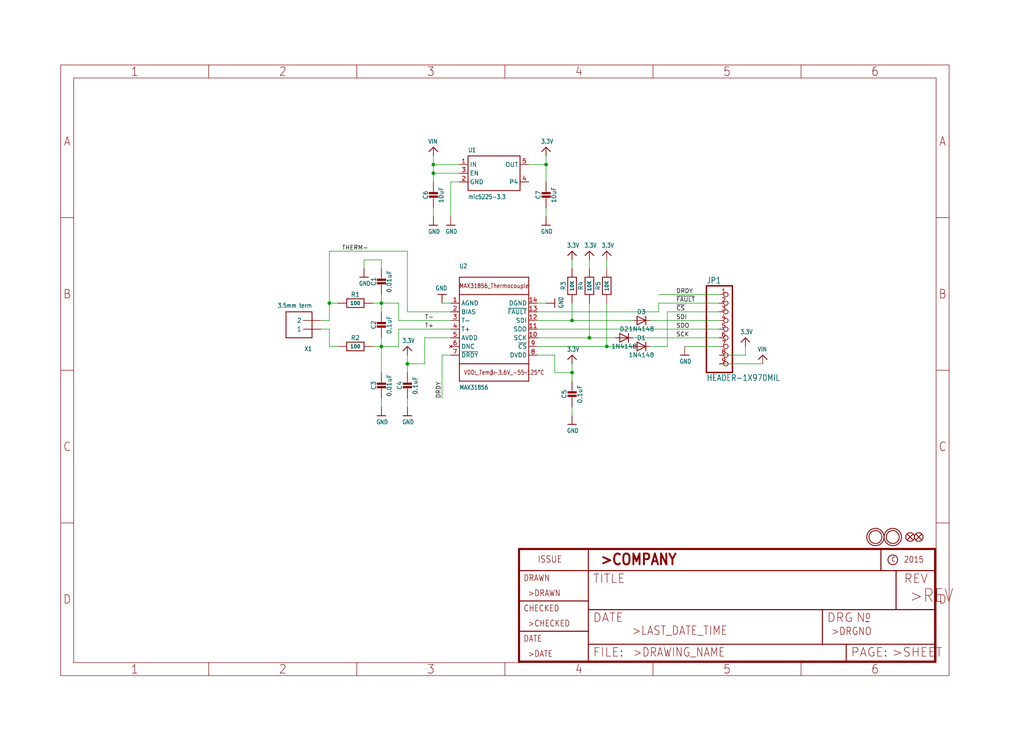
<source format=kicad_sch>
(kicad_sch (version 20211123) (generator eeschema)
  (paper "User" 300.076 217.881)
  (lib_symbols
    (symbol "eagleSchem-eagle-import:3.3V" (power)
      (property "Value" "3.3V" (at -1.524 1.016 0))
      (symbol "3.3V_1_0"
        (polyline (pts (xy -1.27 -1.27) (xy 0 0)) (stroke (width 0.254)))
        (polyline (pts (xy 0 0) (xy 1.27 -1.27)) (stroke (width 0.254)))
        (pin power_in line (at 0 -2.54 90) (length 2.54) (name "3.3V") (number "1"))
      )
    )
    (symbol "eagleSchem-eagle-import:CAP_CERAMIC0805-NOOUTLINE"
      (property "Reference" "C" (at -2.29 1.25 90))
      (property "Value" "CAP_CERAMIC0805-NOOUTLINE" (at 2.3 1.25 90))
      (symbol "CAP_CERAMIC0805-NOOUTLINE_1_0"
        (rectangle (start -1.27 0.508) (end 1.27 1.016) (fill (type outline)))
        (rectangle (start -1.27 1.524) (end 1.27 2.032) (fill (type outline)))
        (polyline (pts (xy 0 0.762) (xy 0 0)) (stroke (width 0.1524)))
        (polyline (pts (xy 0 2.54) (xy 0 1.778)) (stroke (width 0.1524)))
        (pin passive line (at 0 5.08 270) (length 2.54) (name "1") (number "1"))
        (pin passive line (at 0 -2.54 90) (length 2.54) (name "2") (number "2"))
      )
    )
    (symbol "eagleSchem-eagle-import:CAP_CERAMIC0805_10MGAP"
      (property "Reference" "C" (at -2.29 1.25 90))
      (property "Value" "CAP_CERAMIC0805_10MGAP" (at 2.3 1.25 90))
      (symbol "CAP_CERAMIC0805_10MGAP_1_0"
        (rectangle (start -1.27 0.508) (end 1.27 1.016) (fill (type outline)))
        (rectangle (start -1.27 1.524) (end 1.27 2.032) (fill (type outline)))
        (polyline (pts (xy 0 0.762) (xy 0 0)) (stroke (width 0.1524)))
        (polyline (pts (xy 0 2.54) (xy 0 1.778)) (stroke (width 0.1524)))
        (pin passive line (at 0 5.08 270) (length 2.54) (name "1") (number "1"))
        (pin passive line (at 0 -2.54 90) (length 2.54) (name "2") (number "2"))
      )
    )
    (symbol "eagleSchem-eagle-import:DIODESOD-323"
      (property "Reference" "D" (at 0 2.54 0))
      (property "Value" "DIODESOD-323" (at 0 -2.5 0))
      (symbol "DIODESOD-323_1_0"
        (polyline (pts (xy -1.27 -1.27) (xy 1.27 0)) (stroke (width 0.254)))
        (polyline (pts (xy -1.27 1.27) (xy -1.27 -1.27)) (stroke (width 0.254)))
        (polyline (pts (xy 1.27 0) (xy -1.27 1.27)) (stroke (width 0.254)))
        (polyline (pts (xy 1.27 0) (xy 1.27 -1.27)) (stroke (width 0.254)))
        (polyline (pts (xy 1.27 1.27) (xy 1.27 0)) (stroke (width 0.254)))
        (pin passive line (at -2.54 0 0) (length 2.54) (name "A") (number "A"))
        (pin passive line (at 2.54 0 180) (length 2.54) (name "C") (number "C"))
      )
    )
    (symbol "eagleSchem-eagle-import:FIDUCIAL{dblquote}{dblquote}"
      (symbol "FIDUCIAL{dblquote}{dblquote}_1_0"
        (polyline (pts (xy -0.762 0.762) (xy 0.762 -0.762)) (stroke (width 0.254)))
        (polyline (pts (xy 0.762 0.762) (xy -0.762 -0.762)) (stroke (width 0.254)))
        (circle (center 0 0) (radius 1.27) (stroke (width 0.254)))
      )
    )
    (symbol "eagleSchem-eagle-import:FRAME_A4"
      (symbol "FRAME_A4_1_0"
        (polyline (pts (xy 0 44.7675) (xy 3.81 44.7675)))
        (polyline (pts (xy 0 89.535) (xy 3.81 89.535)))
        (polyline (pts (xy 0 134.3025) (xy 3.81 134.3025)))
        (polyline (pts (xy 3.81 3.81) (xy 3.81 175.26)))
        (polyline (pts (xy 43.3917 0) (xy 43.3917 3.81)))
        (polyline (pts (xy 43.3917 175.26) (xy 43.3917 179.07)))
        (polyline (pts (xy 86.7833 0) (xy 86.7833 3.81)))
        (polyline (pts (xy 86.7833 175.26) (xy 86.7833 179.07)))
        (polyline (pts (xy 130.175 0) (xy 130.175 3.81)))
        (polyline (pts (xy 130.175 175.26) (xy 130.175 179.07)))
        (polyline (pts (xy 173.5667 0) (xy 173.5667 3.81)))
        (polyline (pts (xy 173.5667 175.26) (xy 173.5667 179.07)))
        (polyline (pts (xy 216.9583 0) (xy 216.9583 3.81)))
        (polyline (pts (xy 216.9583 175.26) (xy 216.9583 179.07)))
        (polyline (pts (xy 256.54 3.81) (xy 3.81 3.81)))
        (polyline (pts (xy 256.54 3.81) (xy 256.54 8.89)) (stroke (width 0.1016)))
        (polyline (pts (xy 256.54 3.81) (xy 256.54 175.26)))
        (polyline (pts (xy 256.54 8.89) (xy 256.54 13.97)) (stroke (width 0.1016)))
        (polyline (pts (xy 256.54 13.97) (xy 256.54 19.05)) (stroke (width 0.1016)))
        (polyline (pts (xy 256.54 19.05) (xy 256.54 36.83)) (stroke (width 0.1016)))
        (polyline (pts (xy 256.54 44.7675) (xy 260.35 44.7675)))
        (polyline (pts (xy 256.54 89.535) (xy 260.35 89.535)))
        (polyline (pts (xy 256.54 134.3025) (xy 260.35 134.3025)))
        (polyline (pts (xy 256.54 175.26) (xy 3.81 175.26)))
        (polyline (pts (xy 0 0) (xy 260.35 0) (xy 260.35 179.07) (xy 0 179.07) (xy 0 0)))
        (text "1" (at 21.6958 1.905 0) (effects (font (size 2.54 2.286))))
        (text "1" (at 21.6958 177.165 0) (effects (font (size 2.54 2.286))))
        (text "2" (at 65.0875 1.905 0) (effects (font (size 2.54 2.286))))
        (text "2" (at 65.0875 177.165 0) (effects (font (size 2.54 2.286))))
        (text "3" (at 108.4792 1.905 0) (effects (font (size 2.54 2.286))))
        (text "3" (at 108.4792 177.165 0) (effects (font (size 2.54 2.286))))
        (text "4" (at 151.8708 1.905 0) (effects (font (size 2.54 2.286))))
        (text "4" (at 151.8708 177.165 0) (effects (font (size 2.54 2.286))))
        (text "5" (at 195.2625 1.905 0) (effects (font (size 2.54 2.286))))
        (text "5" (at 195.2625 177.165 0) (effects (font (size 2.54 2.286))))
        (text "6" (at 238.6542 1.905 0) (effects (font (size 2.54 2.286))))
        (text "6" (at 238.6542 177.165 0) (effects (font (size 2.54 2.286))))
        (text "A" (at 1.905 156.6863 0) (effects (font (size 2.54 2.286))))
        (text "A" (at 258.445 156.6863 0) (effects (font (size 2.54 2.286))))
        (text "B" (at 1.905 111.9188 0) (effects (font (size 2.54 2.286))))
        (text "B" (at 258.445 111.9188 0) (effects (font (size 2.54 2.286))))
        (text "C" (at 1.905 67.1513 0) (effects (font (size 2.54 2.286))))
        (text "C" (at 258.445 67.1513 0) (effects (font (size 2.54 2.286))))
        (text "D" (at 1.905 22.3838 0) (effects (font (size 2.54 2.286))))
        (text "D" (at 258.445 22.3838 0) (effects (font (size 2.54 2.286))))
      )
      (symbol "FRAME_A4_2_0"
        (polyline (pts (xy -0.3048 1.5748) (xy 20.0152 1.5748)) (stroke (width 0.6096)))
        (polyline (pts (xy -0.3048 10.4648) (xy -0.3048 1.5748)) (stroke (width 0.6096)))
        (polyline (pts (xy -0.3048 10.4648) (xy 20.0152 10.4648)) (stroke (width 0.3048)))
        (polyline (pts (xy -0.3048 19.3548) (xy -0.3048 10.4648)) (stroke (width 0.6096)))
        (polyline (pts (xy -0.3048 19.3548) (xy 20.0152 19.3548)) (stroke (width 0.3048)))
        (polyline (pts (xy -0.3048 28.2448) (xy -0.3048 19.3548)) (stroke (width 0.6096)))
        (polyline (pts (xy -0.3048 28.2448) (xy 20.0152 28.2448)) (stroke (width 0.3048)))
        (polyline (pts (xy -0.3048 34.5948) (xy -0.3048 28.2448)) (stroke (width 0.6096)))
        (polyline (pts (xy 20.0152 1.5748) (xy 20.0152 6.6548)) (stroke (width 0.3048)))
        (polyline (pts (xy 20.0152 1.5748) (xy 95.5802 1.5748)) (stroke (width 0.6096)))
        (polyline (pts (xy 20.0152 6.6548) (xy 20.0152 10.4648)) (stroke (width 0.3048)))
        (polyline (pts (xy 20.0152 6.6548) (xy 88.5952 6.6548)) (stroke (width 0.3048)))
        (polyline (pts (xy 20.0152 10.4648) (xy 20.0152 16.8148)) (stroke (width 0.3048)))
        (polyline (pts (xy 20.0152 16.8148) (xy 20.0152 19.3548)) (stroke (width 0.3048)))
        (polyline (pts (xy 20.0152 19.3548) (xy 20.0152 28.2448)) (stroke (width 0.3048)))
        (polyline (pts (xy 20.0152 28.2448) (xy 20.0152 34.5948)) (stroke (width 0.3048)))
        (polyline (pts (xy 20.0152 28.2448) (xy 105.7402 28.2448)) (stroke (width 0.3048)))
        (polyline (pts (xy 20.0152 34.5948) (xy -0.3048 34.5948)) (stroke (width 0.6096)))
        (polyline (pts (xy 88.5952 6.6548) (xy 95.5802 6.6548)) (stroke (width 0.3048)))
        (polyline (pts (xy 88.5952 16.8148) (xy 20.0152 16.8148)) (stroke (width 0.3048)))
        (polyline (pts (xy 88.5952 16.8148) (xy 88.5952 6.6548)) (stroke (width 0.3048)))
        (polyline (pts (xy 95.5802 1.5748) (xy 121.6152 1.5748)) (stroke (width 0.6096)))
        (polyline (pts (xy 95.5802 6.6548) (xy 95.5802 1.5748)) (stroke (width 0.3048)))
        (polyline (pts (xy 95.5802 6.6548) (xy 121.6152 6.6548)) (stroke (width 0.3048)))
        (polyline (pts (xy 101.2952 13.3223) (xy 102.2477 13.3223)) (stroke (width 0.254)))
        (polyline (pts (xy 105.7402 28.2448) (xy 105.7402 34.5948)) (stroke (width 0.3048)))
        (polyline (pts (xy 105.7402 28.2448) (xy 110.1852 28.2448)) (stroke (width 0.3048)))
        (polyline (pts (xy 105.7402 34.5948) (xy 20.0152 34.5948)) (stroke (width 0.6096)))
        (polyline (pts (xy 110.1852 16.8148) (xy 88.5952 16.8148)) (stroke (width 0.3048)))
        (polyline (pts (xy 110.1852 28.2448) (xy 110.1852 16.8148)) (stroke (width 0.3048)))
        (polyline (pts (xy 110.1852 28.2448) (xy 121.6152 28.2448)) (stroke (width 0.3048)))
        (polyline (pts (xy 121.6152 6.6548) (xy 121.6152 1.5748)) (stroke (width 0.6096)))
        (polyline (pts (xy 121.6152 16.8148) (xy 110.1852 16.8148)) (stroke (width 0.3048)))
        (polyline (pts (xy 121.6152 16.8148) (xy 121.6152 6.6548)) (stroke (width 0.6096)))
        (polyline (pts (xy 121.6152 28.2448) (xy 121.6152 16.8148)) (stroke (width 0.6096)))
        (polyline (pts (xy 121.6152 34.5948) (xy 105.7402 34.5948)) (stroke (width 0.6096)))
        (polyline (pts (xy 121.6152 34.5948) (xy 121.6152 28.2448)) (stroke (width 0.6096)))
        (circle (center 109.2327 31.4198) (radius 1.4199) (stroke (width 0.254)))
        (text "2015" (at 112.4077 30.4673 0) (effects (font (size 1.778 1.5113)) (justify left bottom)))
        (text ">CHECKED" (at 2.2352 11.7348 0) (effects (font (size 1.778 1.5113)) (justify left bottom)))
        (text ">COMPANY" (at 23.349 29.6735 0) (effects (font (size 3.175 2.6987) (thickness 0.5397) bold) (justify left bottom)))
        (text ">DATE" (at 2.2352 2.8448 0) (effects (font (size 1.778 1.5113)) (justify left bottom)))
        (text ">DRAWING_NAME" (at 33.0327 2.8448 0) (effects (font (size 2.54 2.159)) (justify left bottom)))
        (text ">DRAWN" (at 2.2352 20.6248 0) (effects (font (size 1.778 1.5113)) (justify left bottom)))
        (text ">DRGNO" (at 91.1352 9.1948 0) (effects (font (size 2.1844 1.8567)) (justify left bottom)))
        (text ">LAST_DATE_TIME" (at 32.7152 9.1948 0) (effects (font (size 2.54 2.159)) (justify left bottom)))
        (text ">REV" (at 113.9952 18.7198 0) (effects (font (size 3.81 3.2385)) (justify left bottom)))
        (text ">SHEET" (at 108.9152 2.8448 0) (effects (font (size 2.54 2.54)) (justify left bottom)))
        (text "C" (at 108.7564 30.7848 0) (effects (font (size 1.27 1.0795)) (justify left bottom)))
        (text "CHECKED" (at 0.9652 16.1798 0) (effects (font (size 1.778 1.5113)) (justify left bottom)))
        (text "DATE" (at 0.9652 7.2898 0) (effects (font (size 1.778 1.5113)) (justify left bottom)))
        (text "DATE" (at 21.2852 13.0048 0) (effects (font (size 2.54 2.54)) (justify left bottom)))
        (text "DRAWN" (at 0.9652 25.0698 0) (effects (font (size 1.778 1.5113)) (justify left bottom)))
        (text "DRG" (at 89.8652 13.0048 0) (effects (font (size 2.54 2.54)) (justify left bottom)))
        (text "FILE:" (at 21.2852 2.8448 0) (effects (font (size 2.54 2.54)) (justify left bottom)))
        (text "ISSUE" (at 5.0927 30.4673 0) (effects (font (size 1.9304 1.6408)) (justify left bottom)))
        (text "N" (at 98.4377 13.0048 0) (effects (font (size 2.54 2.54)) (justify left bottom)))
        (text "o" (at 100.9777 13.9573 0) (effects (font (size 2.1844 1.8567)) (justify left bottom)))
        (text "PAGE:" (at 96.8502 2.8448 0) (effects (font (size 2.54 2.54)) (justify left bottom)))
        (text "REV" (at 112.4077 24.4348 0) (effects (font (size 2.54 2.54)) (justify left bottom)))
        (text "TITLE" (at 21.2852 24.4348 0) (effects (font (size 2.54 2.54)) (justify left bottom)))
      )
    )
    (symbol "eagleSchem-eagle-import:GND" (power)
      (property "Value" "GND" (at -1.524 -2.54 0))
      (symbol "GND_1_0"
        (polyline (pts (xy -1.27 0) (xy 1.27 0)) (stroke (width 0.254)))
        (pin power_in line (at 0 2.54 270) (length 2.54) (name "GND") (number "1"))
      )
    )
    (symbol "eagleSchem-eagle-import:HEADER-1X970MIL"
      (property "Reference" "JP" (at -6.35 13.335 0))
      (property "Value" "HEADER-1X970MIL" (at -6.35 -15.24 0))
      (symbol "HEADER-1X970MIL_1_0"
        (polyline (pts (xy -6.35 -12.7) (xy 1.27 -12.7)) (stroke (width 0.4064)))
        (polyline (pts (xy -6.35 12.7) (xy -6.35 -12.7)) (stroke (width 0.4064)))
        (polyline (pts (xy 1.27 -12.7) (xy 1.27 12.7)) (stroke (width 0.4064)))
        (polyline (pts (xy 1.27 12.7) (xy -6.35 12.7)) (stroke (width 0.4064)))
        (pin passive inverted (at -2.54 10.16 0) (length 2.54) (name "1") (number "1"))
        (pin passive inverted (at -2.54 7.62 0) (length 2.54) (name "2") (number "2"))
        (pin passive inverted (at -2.54 5.08 0) (length 2.54) (name "3") (number "3"))
        (pin passive inverted (at -2.54 2.54 0) (length 2.54) (name "4") (number "4"))
        (pin passive inverted (at -2.54 0 0) (length 2.54) (name "5") (number "5"))
        (pin passive inverted (at -2.54 -2.54 0) (length 2.54) (name "6") (number "6"))
        (pin passive inverted (at -2.54 -5.08 0) (length 2.54) (name "7") (number "7"))
        (pin passive inverted (at -2.54 -7.62 0) (length 2.54) (name "8") (number "8"))
        (pin passive inverted (at -2.54 -10.16 0) (length 2.54) (name "9") (number "9"))
      )
    )
    (symbol "eagleSchem-eagle-import:MAX31856"
      (property "Value" "MAX31856" (at -10.16 -17.78 0))
      (symbol "MAX31856_1_0"
        (polyline (pts (xy -10.16 -15.24) (xy 10.16 -15.24)) (stroke (width 0.254)))
        (polyline (pts (xy -10.16 -10.16) (xy -10.16 -15.24)) (stroke (width 0.254)))
        (polyline (pts (xy -10.16 -10.16) (xy -10.16 10.16)) (stroke (width 0.254)))
        (polyline (pts (xy -10.16 10.16) (xy -10.16 15.24)) (stroke (width 0.254)))
        (polyline (pts (xy -10.16 10.16) (xy 10.16 10.16)) (stroke (width 0.254)))
        (polyline (pts (xy -10.16 15.24) (xy 10.16 15.24)) (stroke (width 0.254)))
        (polyline (pts (xy 10.16 -15.24) (xy 10.16 -10.16)) (stroke (width 0.254)))
        (polyline (pts (xy 10.16 -10.16) (xy -10.16 -10.16)) (stroke (width 0.254)))
        (polyline (pts (xy 10.16 10.16) (xy 10.16 -10.16)) (stroke (width 0.254)))
        (polyline (pts (xy 10.16 15.24) (xy 10.16 10.16)) (stroke (width 0.254)))
        (text "3-3.6V_-55~125°C" (at -1.27 -12.7 0) (effects (font (size 1.27 1.0795)) (justify left)))
        (text "MAX31856_Thermocouple" (at 0 12.7 0) (effects (font (size 1.27 1.0795))))
        (text "VDD:_Temp:" (at -8.89 -12.7 0) (effects (font (size 1.27 1.0795)) (justify left)))
        (pin power_in line (at -12.7 7.62 0) (length 2.54) (name "AGND") (number "1"))
        (pin input line (at 12.7 -2.54 180) (length 2.54) (name "SCK") (number "10"))
        (pin output line (at 12.7 0 180) (length 2.54) (name "SDO") (number "11"))
        (pin input line (at 12.7 2.54 180) (length 2.54) (name "SDI") (number "12"))
        (pin output line (at 12.7 5.08 180) (length 2.54) (name "~{FAULT}") (number "13"))
        (pin power_in line (at 12.7 7.62 180) (length 2.54) (name "DGND") (number "14"))
        (pin power_in line (at -12.7 5.08 0) (length 2.54) (name "BIAS") (number "2"))
        (pin input line (at -12.7 2.54 0) (length 2.54) (name "T-") (number "3"))
        (pin input line (at -12.7 0 0) (length 2.54) (name "T+") (number "4"))
        (pin power_in line (at -12.7 -2.54 0) (length 2.54) (name "AVDD") (number "5"))
        (pin no_connect line (at -12.7 -5.08 0) (length 2.54) (name "DNC") (number "6"))
        (pin output line (at -12.7 -7.62 0) (length 2.54) (name "~{DRDY}") (number "7"))
        (pin power_in line (at 12.7 -7.62 180) (length 2.54) (name "DVDD") (number "8"))
        (pin input line (at 12.7 -5.08 180) (length 2.54) (name "~{CS}") (number "9"))
      )
    )
    (symbol "eagleSchem-eagle-import:MOUNTINGHOLE2.5"
      (symbol "MOUNTINGHOLE2.5_1_0"
        (circle (center 0 0) (radius 1.905) (stroke (width 0.254)))
        (circle (center 0 0) (radius 2.54) (stroke (width 0.254)))
      )
    )
    (symbol "eagleSchem-eagle-import:RESISTOR0805_NOOUTLINE"
      (property "Reference" "R" (at 0 2.54 0))
      (property "Value" "RESISTOR0805_NOOUTLINE" (at 0 0 0))
      (symbol "RESISTOR0805_NOOUTLINE_1_0"
        (polyline (pts (xy -2.54 -1.27) (xy -2.54 1.27)) (stroke (width 0.254)))
        (polyline (pts (xy -2.54 1.27) (xy 2.54 1.27)) (stroke (width 0.254)))
        (polyline (pts (xy 2.54 -1.27) (xy -2.54 -1.27)) (stroke (width 0.254)))
        (polyline (pts (xy 2.54 1.27) (xy 2.54 -1.27)) (stroke (width 0.254)))
        (pin passive line (at -5.08 0 0) (length 2.54) (name "1") (number "1"))
        (pin passive line (at 5.08 0 180) (length 2.54) (name "2") (number "2"))
      )
    )
    (symbol "eagleSchem-eagle-import:TERMBLOCK_1X2"
      (property "Reference" "X" (at -2.54 7.62 0))
      (property "Value" "TERMBLOCK_1X2" (at -2.54 -5.08 0))
      (symbol "TERMBLOCK_1X2_1_0"
        (polyline (pts (xy -2.54 -2.54) (xy 5.08 -2.54)) (stroke (width 0.254)))
        (polyline (pts (xy -2.54 5.08) (xy -2.54 -2.54)) (stroke (width 0.254)))
        (polyline (pts (xy 5.08 -2.54) (xy 5.08 5.08)) (stroke (width 0.254)))
        (polyline (pts (xy 5.08 5.08) (xy -2.54 5.08)) (stroke (width 0.254)))
        (pin passive line (at -5.08 2.54 0) (length 5.08) (name "1") (number "1"))
        (pin passive line (at -5.08 0 0) (length 5.08) (name "2") (number "2"))
      )
    )
    (symbol "eagleSchem-eagle-import:VIN" (power)
      (property "Value" "VIN" (at -1.524 1.016 0))
      (symbol "VIN_1_0"
        (polyline (pts (xy -1.27 -1.27) (xy 0 0)) (stroke (width 0.254)))
        (polyline (pts (xy 0 0) (xy 1.27 -1.27)) (stroke (width 0.254)))
        (pin power_in line (at 0 -2.54 90) (length 2.54) (name "VIN") (number "1"))
      )
    )
    (symbol "eagleSchem-eagle-import:VREG_SOT23-5"
      (property "Reference" "U" (at -7.62 6.096 0))
      (property "Value" "VREG_SOT23-5" (at -7.62 -7.62 0))
      (symbol "VREG_SOT23-5_1_0"
        (polyline (pts (xy -7.62 -5.08) (xy -7.62 5.08)) (stroke (width 0.254)))
        (polyline (pts (xy -7.62 5.08) (xy 7.62 5.08)) (stroke (width 0.254)))
        (polyline (pts (xy 7.62 -5.08) (xy -7.62 -5.08)) (stroke (width 0.254)))
        (polyline (pts (xy 7.62 5.08) (xy 7.62 -5.08)) (stroke (width 0.254)))
        (pin power_in line (at -10.16 2.54 0) (length 2.54) (name "IN") (number "1"))
        (pin power_in line (at -10.16 -2.54 0) (length 2.54) (name "GND") (number "2"))
        (pin input line (at -10.16 0 0) (length 2.54) (name "EN") (number "3"))
        (pin bidirectional line (at 10.16 -2.54 180) (length 2.54) (name "P4") (number "4"))
        (pin power_in line (at 10.16 2.54 180) (length 2.54) (name "OUT") (number "5"))
      )
    )
  )
  (junction (at 119.38 106.68))
  (junction (at 177.8 101.6))
  (junction (at 167.64 93.98))
  (junction (at 172.72 99.06))
  (junction (at 160.02 48.26))
  (junction (at 127 48.26))
  (junction (at 96.52 88.9))
  (junction (at 111.76 101.6))
  (junction (at 127 50.8))
  (junction (at 167.64 109.22))
  (junction (at 111.76 88.9))
  (wire (pts (xy 127 50.8) (xy 127 53.34)))
  (wire (pts (xy 119.38 91.44) (xy 119.38 73.66)))
  (wire (pts (xy 195.58 91.44) (xy 210.82 91.44)))
  (wire (pts (xy 190.5 93.98) (xy 210.82 93.98)))
  (wire (pts (xy 210.82 101.6) (xy 200.66 101.6)))
  (wire (pts (xy 124.46 106.68) (xy 119.38 106.68)))
  (wire (pts (xy 167.64 109.22) (xy 167.64 106.68)))
  (wire (pts (xy 172.72 99.06) (xy 180.34 99.06)))
  (wire (pts (xy 162.56 104.14) (xy 162.56 109.22)))
  (wire (pts (xy 177.8 101.6) (xy 185.42 101.6)))
  (wire (pts (xy 106.68 76.2) (xy 111.76 76.2)))
  (wire (pts (xy 127 50.8) (xy 127 48.26)))
  (wire (pts (xy 124.46 99.06) (xy 124.46 106.68)))
  (wire (pts (xy 132.08 93.98) (xy 116.84 93.98)))
  (wire (pts (xy 160.02 48.26) (xy 160.02 53.34)))
  (wire (pts (xy 190.5 101.6) (xy 195.58 101.6)))
  (wire (pts (xy 132.08 91.44) (xy 119.38 91.44)))
  (wire (pts (xy 132.08 88.9) (xy 129.54 88.9)))
  (wire (pts (xy 132.08 104.14) (xy 129.54 104.14)))
  (wire (pts (xy 162.56 109.22) (xy 167.64 109.22)))
  (wire (pts (xy 116.84 93.98) (xy 116.84 88.9)))
  (wire (pts (xy 111.76 116.84) (xy 111.76 119.38)))
  (wire (pts (xy 132.08 99.06) (xy 124.46 99.06)))
  (wire (pts (xy 111.76 88.9) (xy 111.76 91.44)))
  (wire (pts (xy 119.38 106.68) (xy 119.38 104.14)))
  (wire (pts (xy 106.68 78.74) (xy 106.68 76.2)))
  (wire (pts (xy 116.84 96.52) (xy 132.08 96.52)))
  (wire (pts (xy 177.8 78.74) (xy 177.8 76.2)))
  (wire (pts (xy 127 60.96) (xy 127 63.5)))
  (wire (pts (xy 167.64 119.38) (xy 167.64 121.92)))
  (wire (pts (xy 109.22 88.9) (xy 111.76 88.9)))
  (wire (pts (xy 119.38 106.68) (xy 119.38 109.22)))
  (wire (pts (xy 93.98 96.52) (xy 96.52 96.52)))
  (wire (pts (xy 96.52 93.98) (xy 96.52 88.9)))
  (wire (pts (xy 119.38 116.84) (xy 119.38 119.38)))
  (wire (pts (xy 210.82 106.68) (xy 223.52 106.68)))
  (wire (pts (xy 154.94 48.26) (xy 160.02 48.26)))
  (wire (pts (xy 111.76 101.6) (xy 111.76 99.06)))
  (wire (pts (xy 157.48 96.52) (xy 210.82 96.52)))
  (wire (pts (xy 157.48 99.06) (xy 172.72 99.06)))
  (wire (pts (xy 195.58 101.6) (xy 195.58 91.44)))
  (wire (pts (xy 109.22 101.6) (xy 111.76 101.6)))
  (wire (pts (xy 116.84 101.6) (xy 116.84 96.52)))
  (wire (pts (xy 93.98 93.98) (xy 96.52 93.98)))
  (wire (pts (xy 160.02 60.96) (xy 160.02 63.5)))
  (wire (pts (xy 172.72 88.9) (xy 172.72 99.06)))
  (wire (pts (xy 132.08 53.34) (xy 132.08 63.5)))
  (wire (pts (xy 167.64 93.98) (xy 185.42 93.98)))
  (wire (pts (xy 111.76 76.2) (xy 111.76 78.74)))
  (wire (pts (xy 157.48 93.98) (xy 167.64 93.98)))
  (wire (pts (xy 111.76 101.6) (xy 116.84 101.6)))
  (wire (pts (xy 134.62 50.8) (xy 127 50.8)))
  (wire (pts (xy 167.64 78.74) (xy 167.64 76.2)))
  (wire (pts (xy 210.82 86.36) (xy 193.04 86.36)))
  (wire (pts (xy 116.84 88.9) (xy 111.76 88.9)))
  (wire (pts (xy 193.04 88.9) (xy 210.82 88.9)))
  (wire (pts (xy 210.82 104.14) (xy 218.44 104.14)))
  (wire (pts (xy 172.72 78.74) (xy 172.72 76.2)))
  (wire (pts (xy 129.54 104.14) (xy 129.54 116.84)))
  (wire (pts (xy 134.62 53.34) (xy 132.08 53.34)))
  (wire (pts (xy 96.52 88.9) (xy 99.06 88.9)))
  (wire (pts (xy 157.48 101.6) (xy 177.8 101.6)))
  (wire (pts (xy 119.38 73.66) (xy 96.52 73.66)))
  (wire (pts (xy 96.52 96.52) (xy 96.52 101.6)))
  (wire (pts (xy 127 48.26) (xy 127 45.72)))
  (wire (pts (xy 157.48 91.44) (xy 193.04 91.44)))
  (wire (pts (xy 185.42 99.06) (xy 210.82 99.06)))
  (wire (pts (xy 96.52 101.6) (xy 99.06 101.6)))
  (wire (pts (xy 111.76 88.9) (xy 111.76 86.36)))
  (wire (pts (xy 157.48 88.9) (xy 160.02 88.9)))
  (wire (pts (xy 160.02 48.26) (xy 160.02 45.72)))
  (wire (pts (xy 157.48 104.14) (xy 162.56 104.14)))
  (wire (pts (xy 96.52 73.66) (xy 96.52 88.9)))
  (wire (pts (xy 177.8 88.9) (xy 177.8 101.6)))
  (wire (pts (xy 167.64 93.98) (xy 167.64 88.9)))
  (wire (pts (xy 167.64 111.76) (xy 167.64 109.22)))
  (wire (pts (xy 111.76 101.6) (xy 111.76 109.22)))
  (wire (pts (xy 193.04 91.44) (xy 193.04 88.9)))
  (wire (pts (xy 218.44 104.14) (xy 218.44 101.6)))
  (wire (pts (xy 134.62 48.26) (xy 127 48.26)))
  (label "THERM-" (at 107.95 73.66 180) (effects (font (size 1.2446 1.2446))))
  (label "T-" (at 124.46 93.98 0) (effects (font (size 1.2446 1.2446))))
  (label "T+" (at 124.46 96.52 0) (effects (font (size 1.2446 1.2446))))
  (label "DRDY" (at 198.12 86.36 0) (effects (font (size 1.2446 1.2446))))
  (label "~{CS}" (at 198.12 91.44 0) (effects (font (size 1.2446 1.2446))))
  (label "SDO" (at 198.12 96.52 0) (effects (font (size 1.2446 1.2446))))
  (label "SCK" (at 198.12 99.06 0) (effects (font (size 1.2446 1.2446))))
  (label "DRDY" (at 129.54 116.84 90) (effects (font (size 1.2446 1.2446))))
  (label "~{FAULT}" (at 198.12 88.9 0) (effects (font (size 1.2446 1.2446))))
  (label "SDI" (at 198.12 93.98 0) (effects (font (size 1.2446 1.2446))))
  (symbol (lib_id "eagleSchem-eagle-import:VIN") (at 127 43.18 0) (unit 1)
    (property "Reference" "#U$15" (effects hide))
    (property "Value" "VIN" (at 125.476 42.164 0) (effects (font (size 1.27 1.0795)) (justify left bottom)))
    (property "Footprint" "eagleSchem:" (effects hide))
  )
  (symbol (lib_id "eagleSchem-eagle-import:FRAME_A4") (at 152.4 195.58 0) (unit 2)
    (property "Reference" "#FRAME1" (effects hide))
    (property "Value" "FRAME_A4" (effects hide))
    (property "Footprint" "eagleSchem:" (effects hide))
  )
  (symbol (lib_id "eagleSchem-eagle-import:CAP_CERAMIC0805-NOOUTLINE") (at 167.64 116.84 0) (unit 1)
    (property "Reference" "C5" (at 165.35 115.59 90))
    (property "Value" "0.1uF" (at 169.94 115.59 90))
    (property "Footprint" "eagleSchem:0805-NO" (effects hide))
  )
  (symbol (lib_id "eagleSchem-eagle-import:CAP_CERAMIC0805-NOOUTLINE") (at 111.76 114.3 0) (unit 1)
    (property "Reference" "C3" (at 109.47 113.05 90))
    (property "Value" "0.01uF" (at 114.06 113.05 90))
    (property "Footprint" "eagleSchem:0805-NO" (effects hide))
  )
  (symbol (lib_id "eagleSchem-eagle-import:CAP_CERAMIC0805_10MGAP") (at 111.76 83.82 0) (unit 1)
    (property "Reference" "C1" (at 109.47 82.57 90))
    (property "Value" "0.01uF" (at 114.06 82.57 90))
    (property "Footprint" "eagleSchem:0805_10MGAP" (effects hide))
  )
  (symbol (lib_id "eagleSchem-eagle-import:3.3V") (at 119.38 101.6 0) (unit 1)
    (property "Reference" "#U$4" (effects hide))
    (property "Value" "3.3V" (at 117.856 100.584 0) (effects (font (size 1.27 1.0795)) (justify left bottom)))
    (property "Footprint" "eagleSchem:" (effects hide))
  )
  (symbol (lib_id "eagleSchem-eagle-import:FIDUCIAL{dblquote}{dblquote}") (at 266.7 157.48 0) (unit 1)
    (property "Reference" "FID2" (effects hide))
    (property "Value" "FIDUCIAL{dblquote}{dblquote}" (effects hide))
    (property "Footprint" "eagleSchem:FIDUCIAL_1MM" (effects hide))
  )
  (symbol (lib_id "eagleSchem-eagle-import:MOUNTINGHOLE2.5") (at 261.62 157.48 0) (unit 1)
    (property "Reference" "U$13" (effects hide))
    (property "Value" "MOUNTINGHOLE2.5" (effects hide))
    (property "Footprint" "eagleSchem:MOUNTINGHOLE_2.5_PLATED" (effects hide))
  )
  (symbol (lib_id "eagleSchem-eagle-import:FRAME_A4") (at 17.78 198.12 0) (unit 1)
    (property "Reference" "#FRAME1" (effects hide))
    (property "Value" "FRAME_A4" (effects hide))
    (property "Footprint" "eagleSchem:" (effects hide))
  )
  (symbol (lib_id "eagleSchem-eagle-import:DIODESOD-323") (at 182.88 99.06 0) (unit 1)
    (property "Reference" "D2" (at 182.88 96.52 0))
    (property "Value" "1N4148" (at 182.88 101.56 0))
    (property "Footprint" "eagleSchem:SOD-323" (effects hide))
  )
  (symbol (lib_id "eagleSchem-eagle-import:DIODESOD-323") (at 187.96 93.98 0) (unit 1)
    (property "Reference" "D3" (at 187.96 91.44 0))
    (property "Value" "1N4148" (at 187.96 96.48 0))
    (property "Footprint" "eagleSchem:SOD-323" (effects hide))
  )
  (symbol (lib_id "eagleSchem-eagle-import:CAP_CERAMIC0805-NOOUTLINE") (at 119.38 114.3 0) (unit 1)
    (property "Reference" "C4" (at 117.09 113.05 90))
    (property "Value" "0.1uF" (at 121.68 113.05 90))
    (property "Footprint" "eagleSchem:0805-NO" (effects hide))
  )
  (symbol (lib_id "eagleSchem-eagle-import:3.3V") (at 167.64 104.14 0) (unit 1)
    (property "Reference" "#U$7" (effects hide))
    (property "Value" "3.3V" (at 166.116 103.124 0) (effects (font (size 1.27 1.0795)) (justify left bottom)))
    (property "Footprint" "eagleSchem:" (effects hide))
  )
  (symbol (lib_id "eagleSchem-eagle-import:3.3V") (at 172.72 73.66 0) (unit 1)
    (property "Reference" "#U$11" (effects hide))
    (property "Value" "3.3V" (at 171.196 72.644 0) (effects (font (size 1.27 1.0795)) (justify left bottom)))
    (property "Footprint" "eagleSchem:" (effects hide))
  )
  (symbol (lib_id "eagleSchem-eagle-import:3.3V") (at 218.44 99.06 0) (unit 1)
    (property "Reference" "#U$21" (effects hide))
    (property "Value" "3.3V" (at 216.916 98.044 0) (effects (font (size 1.27 1.0795)) (justify left bottom)))
    (property "Footprint" "eagleSchem:" (effects hide))
  )
  (symbol (lib_id "eagleSchem-eagle-import:RESISTOR0805_NOOUTLINE") (at 104.14 88.9 0) (unit 1)
    (property "Reference" "R1" (at 104.14 86.36 0))
    (property "Value" "100" (at 104.14 88.9 0) (effects (font (size 1.016 1.016) bold)))
    (property "Footprint" "eagleSchem:0805-NO" (effects hide))
  )
  (symbol (lib_id "eagleSchem-eagle-import:GND") (at 119.38 121.92 0) (unit 1)
    (property "Reference" "#U$5" (effects hide))
    (property "Value" "GND" (at 117.856 124.46 0) (effects (font (size 1.27 1.0795)) (justify left bottom)))
    (property "Footprint" "eagleSchem:" (effects hide))
  )
  (symbol (lib_id "eagleSchem-eagle-import:GND") (at 162.56 88.9 90) (unit 1)
    (property "Reference" "#U$9" (effects hide))
    (property "Value" "GND" (at 165.1 90.424 0) (effects (font (size 1.27 1.0795)) (justify left bottom)))
    (property "Footprint" "eagleSchem:" (effects hide))
  )
  (symbol (lib_id "eagleSchem-eagle-import:3.3V") (at 177.8 73.66 0) (unit 1)
    (property "Reference" "#U$12" (effects hide))
    (property "Value" "3.3V" (at 176.276 72.644 0) (effects (font (size 1.27 1.0795)) (justify left bottom)))
    (property "Footprint" "eagleSchem:" (effects hide))
  )
  (symbol (lib_id "eagleSchem-eagle-import:HEADER-1X970MIL") (at 213.36 96.52 0) (unit 1)
    (property "Reference" "JP1" (at 207.01 83.185 0) (effects (font (size 1.778 1.5113)) (justify left bottom)))
    (property "Value" "HEADER-1X970MIL" (at 207.01 111.76 0) (effects (font (size 1.778 1.5113)) (justify left bottom)))
    (property "Footprint" "eagleSchem:1X09_ROUND_70" (effects hide))
  )
  (symbol (lib_id "eagleSchem-eagle-import:MAX31856") (at 144.78 96.52 0) (unit 1)
    (property "Reference" "U2" (at 134.62 78.74 0) (effects (font (size 1.27 1.0795)) (justify left bottom)))
    (property "Value" "MAX31856" (at 134.62 114.3 0) (effects (font (size 1.27 1.0795)) (justify left bottom)))
    (property "Footprint" "eagleSchem:TSSOP14" (effects hide))
  )
  (symbol (lib_id "eagleSchem-eagle-import:GND") (at 132.08 66.04 0) (unit 1)
    (property "Reference" "#U$18" (effects hide))
    (property "Value" "GND" (at 130.556 68.58 0) (effects (font (size 1.27 1.0795)) (justify left bottom)))
    (property "Footprint" "eagleSchem:" (effects hide))
  )
  (symbol (lib_id "eagleSchem-eagle-import:GND") (at 129.54 86.36 180) (unit 1)
    (property "Reference" "#U$8" (effects hide))
    (property "Value" "GND" (at 131.064 83.82 0) (effects (font (size 1.27 1.0795)) (justify left bottom)))
    (property "Footprint" "eagleSchem:" (effects hide))
  )
  (symbol (lib_id "eagleSchem-eagle-import:GND") (at 111.76 121.92 0) (unit 1)
    (property "Reference" "#U$3" (effects hide))
    (property "Value" "GND" (at 110.236 124.46 0) (effects (font (size 1.27 1.0795)) (justify left bottom)))
    (property "Footprint" "eagleSchem:" (effects hide))
  )
  (symbol (lib_id "eagleSchem-eagle-import:RESISTOR0805_NOOUTLINE") (at 104.14 101.6 0) (unit 1)
    (property "Reference" "R2" (at 104.14 99.06 0))
    (property "Value" "100" (at 104.14 101.6 0) (effects (font (size 1.016 1.016) bold)))
    (property "Footprint" "eagleSchem:0805-NO" (effects hide))
  )
  (symbol (lib_id "eagleSchem-eagle-import:GND") (at 167.64 124.46 0) (unit 1)
    (property "Reference" "#U$6" (effects hide))
    (property "Value" "GND" (at 166.116 127 0) (effects (font (size 1.27 1.0795)) (justify left bottom)))
    (property "Footprint" "eagleSchem:" (effects hide))
  )
  (symbol (lib_id "eagleSchem-eagle-import:3.3V") (at 167.64 73.66 0) (unit 1)
    (property "Reference" "#U$10" (effects hide))
    (property "Value" "3.3V" (at 166.116 72.644 0) (effects (font (size 1.27 1.0795)) (justify left bottom)))
    (property "Footprint" "eagleSchem:" (effects hide))
  )
  (symbol (lib_id "eagleSchem-eagle-import:MOUNTINGHOLE2.5") (at 256.54 157.48 0) (unit 1)
    (property "Reference" "U$14" (effects hide))
    (property "Value" "MOUNTINGHOLE2.5" (effects hide))
    (property "Footprint" "eagleSchem:MOUNTINGHOLE_2.5_PLATED" (effects hide))
  )
  (symbol (lib_id "eagleSchem-eagle-import:GND") (at 106.68 81.28 0) (unit 1)
    (property "Reference" "#U$2" (effects hide))
    (property "Value" "GND" (at 105.156 83.82 0) (effects (font (size 1.27 1.0795)) (justify left bottom)))
    (property "Footprint" "eagleSchem:" (effects hide))
  )
  (symbol (lib_id "eagleSchem-eagle-import:GND") (at 160.02 66.04 0) (unit 1)
    (property "Reference" "#U$17" (effects hide))
    (property "Value" "GND" (at 158.496 68.58 0) (effects (font (size 1.27 1.0795)) (justify left bottom)))
    (property "Footprint" "eagleSchem:" (effects hide))
  )
  (symbol (lib_id "eagleSchem-eagle-import:CAP_CERAMIC0805-NOOUTLINE") (at 111.76 96.52 0) (unit 1)
    (property "Reference" "C2" (at 109.47 95.27 90))
    (property "Value" "0.1uF" (at 114.06 95.27 90))
    (property "Footprint" "eagleSchem:0805-NO" (effects hide))
  )
  (symbol (lib_id "eagleSchem-eagle-import:RESISTOR0805_NOOUTLINE") (at 167.64 83.82 90) (unit 1)
    (property "Reference" "R3" (at 165.1 83.82 0))
    (property "Value" "10K" (at 167.64 83.82 0) (effects (font (size 1.016 1.016) bold)))
    (property "Footprint" "eagleSchem:0805-NO" (effects hide))
  )
  (symbol (lib_id "eagleSchem-eagle-import:RESISTOR0805_NOOUTLINE") (at 177.8 83.82 90) (unit 1)
    (property "Reference" "R5" (at 175.26 83.82 0))
    (property "Value" "10K" (at 177.8 83.82 0) (effects (font (size 1.016 1.016) bold)))
    (property "Footprint" "eagleSchem:0805-NO" (effects hide))
  )
  (symbol (lib_id "eagleSchem-eagle-import:CAP_CERAMIC0805-NOOUTLINE") (at 127 58.42 0) (unit 1)
    (property "Reference" "C6" (at 124.71 57.17 90))
    (property "Value" "10uF" (at 129.3 57.17 90))
    (property "Footprint" "eagleSchem:0805-NO" (effects hide))
  )
  (symbol (lib_id "eagleSchem-eagle-import:CAP_CERAMIC0805-NOOUTLINE") (at 160.02 58.42 0) (unit 1)
    (property "Reference" "C7" (at 157.73 57.17 90))
    (property "Value" "10uF" (at 162.32 57.17 90))
    (property "Footprint" "eagleSchem:0805-NO" (effects hide))
  )
  (symbol (lib_id "eagleSchem-eagle-import:DIODESOD-323") (at 187.96 101.6 0) (unit 1)
    (property "Reference" "D1" (at 187.96 99.06 0))
    (property "Value" "1N4148" (at 187.96 104.1 0))
    (property "Footprint" "eagleSchem:SOD-323" (effects hide))
  )
  (symbol (lib_id "eagleSchem-eagle-import:GND") (at 200.66 104.14 0) (unit 1)
    (property "Reference" "#U$20" (effects hide))
    (property "Value" "GND" (at 199.136 106.68 0) (effects (font (size 1.27 1.0795)) (justify left bottom)))
    (property "Footprint" "eagleSchem:" (effects hide))
  )
  (symbol (lib_id "eagleSchem-eagle-import:VIN") (at 223.52 104.14 0) (unit 1)
    (property "Reference" "#U$22" (effects hide))
    (property "Value" "VIN" (at 221.996 103.124 0) (effects (font (size 1.27 1.0795)) (justify left bottom)))
    (property "Footprint" "eagleSchem:" (effects hide))
  )
  (symbol (lib_id "eagleSchem-eagle-import:RESISTOR0805_NOOUTLINE") (at 172.72 83.82 90) (unit 1)
    (property "Reference" "R4" (at 170.18 83.82 0))
    (property "Value" "10K" (at 172.72 83.82 0) (effects (font (size 1.016 1.016) bold)))
    (property "Footprint" "eagleSchem:0805-NO" (effects hide))
  )
  (symbol (lib_id "eagleSchem-eagle-import:3.3V") (at 160.02 43.18 0) (unit 1)
    (property "Reference" "#U$19" (effects hide))
    (property "Value" "3.3V" (at 158.496 42.164 0) (effects (font (size 1.27 1.0795)) (justify left bottom)))
    (property "Footprint" "eagleSchem:" (effects hide))
  )
  (symbol (lib_id "eagleSchem-eagle-import:TERMBLOCK_1X2") (at 88.9 93.98 180) (unit 1)
    (property "Reference" "X1" (at 91.44 101.6 0) (effects (font (size 1.27 1.0795)) (justify left bottom)))
    (property "Value" "3.5mm term" (at 91.44 88.9 0) (effects (font (size 1.27 1.0795)) (justify left bottom)))
    (property "Footprint" "eagleSchem:TERMBLOCK_1X2-3.5MM" (effects hide))
  )
  (symbol (lib_id "eagleSchem-eagle-import:FIDUCIAL{dblquote}{dblquote}") (at 269.24 157.48 0) (unit 1)
    (property "Reference" "FID1" (effects hide))
    (property "Value" "FIDUCIAL{dblquote}{dblquote}" (effects hide))
    (property "Footprint" "eagleSchem:FIDUCIAL_1MM" (effects hide))
  )
  (symbol (lib_id "eagleSchem-eagle-import:VREG_SOT23-5") (at 144.78 50.8 0) (unit 1)
    (property "Reference" "U1" (at 137.16 44.704 0) (effects (font (size 1.27 1.0795)) (justify left bottom)))
    (property "Value" "mic5225-3.3" (at 137.16 58.42 0) (effects (font (size 1.27 1.0795)) (justify left bottom)))
    (property "Footprint" "eagleSchem:SOT23-5" (effects hide))
  )
  (symbol (lib_id "eagleSchem-eagle-import:GND") (at 127 66.04 0) (unit 1)
    (property "Reference" "#U$16" (effects hide))
    (property "Value" "GND" (at 125.476 68.58 0) (effects (font (size 1.27 1.0795)) (justify left bottom)))
    (property "Footprint" "eagleSchem:" (effects hide))
  )
)
</source>
